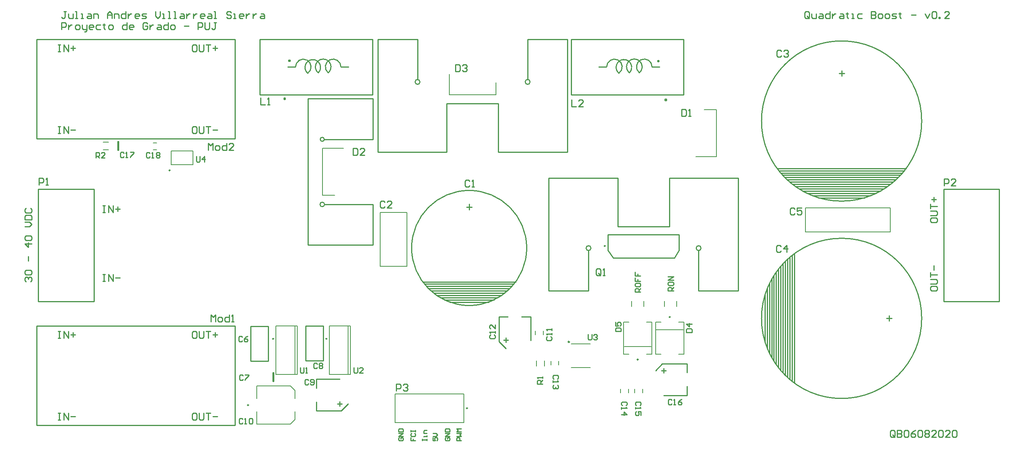
<source format=gto>
G04*
G04 #@! TF.GenerationSoftware,Altium Limited,Altium Designer,19.1.5 (86)*
G04*
G04 Layer_Color=65535*
%FSLAX25Y25*%
%MOIN*%
G70*
G01*
G75*
%ADD10C,0.00984*%
%ADD11C,0.01000*%
%ADD12C,0.01181*%
%ADD13C,0.00787*%
%ADD14C,0.01575*%
%ADD15C,0.00600*%
D10*
X789882Y132677D02*
G03*
X789882Y132677I-69882J0D01*
G01*
X393642Y54331D02*
G03*
X393642Y54331I-492J0D01*
G01*
X224508Y114882D02*
G03*
X224508Y114882I-492J0D01*
G01*
X513870Y195925D02*
G03*
X513870Y195925I-492J0D01*
G01*
X445292Y194095D02*
G03*
X445292Y194095I-50197J0D01*
G01*
X789882Y304842D02*
G03*
X789882Y304842I-69882J0D01*
G01*
X202658Y57087D02*
G03*
X202658Y57087I-492J0D01*
G01*
X570571Y133858D02*
G03*
X570571Y133858I-492J0D01*
G01*
X542618Y96831D02*
G03*
X542618Y96831I-492J0D01*
G01*
X270965Y114882D02*
G03*
X270965Y114882I-492J0D01*
G01*
X134193Y261850D02*
G03*
X134193Y261850I-492J0D01*
G01*
D11*
X501325Y193957D02*
G03*
X501325Y193957I-2113J0D01*
G01*
X597388D02*
G03*
X597388Y193957I-2113J0D01*
G01*
X352152Y338957D02*
G03*
X352152Y338957I-2113J0D01*
G01*
X448215D02*
G03*
X448215Y338957I-2113J0D01*
G01*
X525749Y346576D02*
G03*
X515037Y352087I-3938J5511D01*
G01*
X534868Y346903D02*
G03*
X525704Y346522I-4790J4790D01*
G01*
X543501Y346925D02*
G03*
X534803Y346969I-4323J5215D01*
G01*
X554613Y352094D02*
G03*
X543465Y346969I-6773J46D01*
G01*
X254332Y346536D02*
G03*
X243620Y352047I-3938J5511D01*
G01*
X263451Y346864D02*
G03*
X254286Y346482I-4790J4790D01*
G01*
X272083Y346885D02*
G03*
X263386Y346929I-4323J5215D01*
G01*
X283195Y352054D02*
G03*
X272047Y346929I-6773J46D01*
G01*
X268885Y232052D02*
G03*
X268885Y232052I-1972J0D01*
G01*
X268674Y288860D02*
G03*
X268674Y288860I-1761J0D01*
G01*
X653071Y112598D02*
Y152756D01*
X655039Y107087D02*
Y158268D01*
X657008Y102559D02*
Y162795D01*
X658976Y98622D02*
Y166732D01*
X660945Y95473D02*
Y169882D01*
X662913Y92520D02*
Y172835D01*
X664882Y89764D02*
Y175591D01*
X666850Y87402D02*
Y177953D01*
X668819Y85236D02*
Y180118D01*
X670787Y83071D02*
Y182283D01*
X672756Y81496D02*
Y183858D01*
X674724Y79528D02*
Y185827D01*
X676693Y77953D02*
Y187402D01*
X678661Y188976D02*
Y189021D01*
Y132677D02*
Y189021D01*
Y76378D02*
Y132677D01*
Y76334D02*
Y76378D01*
Y76334D02*
Y132677D01*
X67716Y244724D02*
Y245512D01*
X19291D02*
X67716D01*
X19291D02*
X19291Y147480D01*
X19291D02*
X67716D01*
Y244724D01*
X17717Y375950D02*
X190945D01*
Y289336D02*
Y375950D01*
X17717Y289336D02*
X190945D01*
X17717D02*
Y375950D01*
X574008Y185500D02*
X578240Y192193D01*
X516232D02*
X520858Y185500D01*
X574008D01*
X578240Y192193D02*
Y205776D01*
X516232Y192193D02*
Y205776D01*
X578240D01*
X629921Y156693D02*
Y255118D01*
X499213Y157087D02*
Y191595D01*
X464567Y156693D02*
Y255118D01*
Y156693D02*
X499213D01*
Y159311D01*
X595276Y156693D02*
X629921D01*
X595276D02*
Y191595D01*
X524795Y212854D02*
Y255118D01*
X464567Y255118D02*
X524795D01*
X524795Y255118D01*
X569693Y255118D02*
X629921D01*
X569693Y212854D02*
Y255118D01*
X524795Y212854D02*
X569693D01*
X395095Y164567D02*
X435689D01*
X354502D02*
X435689D01*
X356119Y162598D02*
X434072D01*
X357694Y160630D02*
X432497D01*
X359662Y158661D02*
X430528D01*
X361631Y156693D02*
X428560D01*
X363993Y154724D02*
X426198D01*
Y154694D02*
Y154724D01*
X366749Y152756D02*
X423442D01*
X369899Y150787D02*
X420292D01*
X373442Y148819D02*
X416749D01*
X378166Y146850D02*
X412025D01*
X204527Y125787D02*
X219882D01*
Y122441D02*
Y125787D01*
X219346Y95472D02*
X219882D01*
Y122441D01*
X204527Y98622D02*
Y122638D01*
Y125787D01*
Y95472D02*
X219346D01*
X204527D02*
Y98622D01*
X375622Y320059D02*
X420520D01*
X375622Y277795D02*
Y320059D01*
X315394Y277795D02*
X375622D01*
X420520Y277795D02*
X420520Y277795D01*
X480748D01*
X420520Y277795D02*
Y320059D01*
X350039Y341319D02*
Y376220D01*
X315394D02*
X350039D01*
X446102Y373602D02*
Y376220D01*
X480748D01*
Y277795D02*
Y376220D01*
X446102Y341319D02*
Y375827D01*
X315394Y277795D02*
Y376220D01*
X484016Y327677D02*
X581260D01*
X484016D02*
Y376102D01*
Y376102D02*
X582047Y376102D01*
Y327677D02*
Y376102D01*
X581260Y327677D02*
X582047D01*
X554613Y352094D02*
X561174D01*
X508156D02*
X514717D01*
X212598Y327638D02*
X309842D01*
X212598D02*
Y376063D01*
Y376063D02*
X310630Y376063D01*
Y327638D02*
Y376063D01*
X309842Y327638D02*
X310630D01*
X283195Y352054D02*
X289757D01*
X236739D02*
X243300D01*
X254394Y324348D02*
X311087D01*
X254394Y196733D02*
Y324348D01*
X268882Y232052D02*
X311087D01*
X268882Y288860D02*
X311087D01*
Y324348D01*
X254394Y196733D02*
X311087D01*
Y232052D01*
X809055Y147480D02*
Y148268D01*
Y147480D02*
X857480D01*
X857480Y245512D02*
X857480Y147480D01*
X809055Y245512D02*
X857480D01*
X809055Y148268D02*
Y245512D01*
X699921Y237913D02*
X740079D01*
X694410Y239882D02*
X745590D01*
X689882Y241850D02*
X750118D01*
X685945Y243819D02*
X754055D01*
X682795Y245787D02*
X757205D01*
X679843Y247756D02*
X760157D01*
X677087Y249724D02*
X762913D01*
X674724Y251693D02*
X765276D01*
X672559Y253661D02*
X767441D01*
X670394Y255630D02*
X769606D01*
X668819Y257598D02*
X771181D01*
X666850Y259567D02*
X773150D01*
X665276Y261535D02*
X774724D01*
X663656Y263504D02*
X663701D01*
X663656D02*
X720000D01*
X776299D01*
X776344D01*
X720000D02*
X776344D01*
X17717Y39370D02*
Y125984D01*
Y39370D02*
X190945D01*
Y125984D01*
X17717D02*
X190945D01*
X421161Y112411D02*
Y134114D01*
Y112411D02*
X427042Y106530D01*
X421161Y134114D02*
X428937D01*
X440748D02*
X443775D01*
X446481D02*
X448917D01*
X443775D02*
X446481D01*
X448917Y113543D02*
Y134114D01*
X564685Y65318D02*
X585256D01*
Y67754D02*
Y70461D01*
Y65318D02*
Y67754D01*
Y70461D02*
Y73487D01*
Y85298D02*
Y93074D01*
X557672Y87193D02*
X563553Y93074D01*
X585256D01*
X261713Y79823D02*
X282283D01*
X261713Y74680D02*
Y77387D01*
Y79823D01*
Y71653D02*
Y74680D01*
Y52067D02*
Y59842D01*
X283415Y52067D02*
X289296Y57948D01*
X261713Y52067D02*
X283415D01*
X252559Y95866D02*
Y99016D01*
Y95866D02*
X267377D01*
X252559Y123031D02*
Y126181D01*
Y99016D02*
Y123031D01*
X267913Y95866D02*
Y122835D01*
X267377Y95866D02*
X267913D01*
Y122835D02*
Y126181D01*
X252559D02*
X267913D01*
X8569Y164779D02*
X7569Y165779D01*
Y167779D01*
X8569Y168778D01*
X9568D01*
X10568Y167779D01*
Y166779D01*
Y167779D01*
X11568Y168778D01*
X12567D01*
X13567Y167779D01*
Y165779D01*
X12567Y164779D01*
X8569Y170778D02*
X7569Y171777D01*
Y173777D01*
X8569Y174776D01*
X12567D01*
X13567Y173777D01*
Y171777D01*
X12567Y170778D01*
X8569D01*
X10568Y182774D02*
Y186772D01*
X13567Y197769D02*
X7569D01*
X10568Y194770D01*
Y198768D01*
X8569Y200768D02*
X7569Y201768D01*
Y203767D01*
X8569Y204767D01*
X12567D01*
X13567Y203767D01*
Y201768D01*
X12567Y200768D01*
X8569D01*
X7569Y212764D02*
X11568D01*
X13567Y214763D01*
X11568Y216763D01*
X7569D01*
Y218762D02*
X13567D01*
Y221761D01*
X12567Y222761D01*
X8569D01*
X7569Y221761D01*
Y218762D01*
X8569Y228759D02*
X7569Y227759D01*
Y225760D01*
X8569Y224760D01*
X12567D01*
X13567Y225760D01*
Y227759D01*
X12567Y228759D01*
X43621Y400367D02*
X41621D01*
X42621D01*
Y395368D01*
X41621Y394369D01*
X40622D01*
X39622Y395368D01*
X45620Y398367D02*
Y395368D01*
X46620Y394369D01*
X49619D01*
Y398367D01*
X51618Y394369D02*
X53618D01*
X52618D01*
Y400367D01*
X51618D01*
X56616Y394369D02*
X58616D01*
X57616D01*
Y398367D01*
X56616D01*
X62615D02*
X64614D01*
X65614Y397368D01*
Y394369D01*
X62615D01*
X61615Y395368D01*
X62615Y396368D01*
X65614D01*
X67613Y394369D02*
Y398367D01*
X70612D01*
X71612Y397368D01*
Y394369D01*
X79609D02*
Y398367D01*
X81608Y400367D01*
X83608Y398367D01*
Y394369D01*
Y397368D01*
X79609D01*
X85607Y394369D02*
Y398367D01*
X88606D01*
X89606Y397368D01*
Y394369D01*
X95604Y400367D02*
Y394369D01*
X92605D01*
X91605Y395368D01*
Y397368D01*
X92605Y398367D01*
X95604D01*
X97603D02*
Y394369D01*
Y396368D01*
X98603Y397368D01*
X99603Y398367D01*
X100602D01*
X106600Y394369D02*
X104601D01*
X103601Y395368D01*
Y397368D01*
X104601Y398367D01*
X106600D01*
X107600Y397368D01*
Y396368D01*
X103601D01*
X109599Y394369D02*
X112598D01*
X113598Y395368D01*
X112598Y396368D01*
X110599D01*
X109599Y397368D01*
X110599Y398367D01*
X113598D01*
X121596Y400367D02*
Y396368D01*
X123595Y394369D01*
X125594Y396368D01*
Y400367D01*
X127594Y394369D02*
X129593D01*
X128593D01*
Y398367D01*
X127594D01*
X132592Y394369D02*
X134591D01*
X133592D01*
Y400367D01*
X132592D01*
X137590Y394369D02*
X139590D01*
X138590D01*
Y400367D01*
X137590D01*
X143588Y398367D02*
X145588D01*
X146587Y397368D01*
Y394369D01*
X143588D01*
X142589Y395368D01*
X143588Y396368D01*
X146587D01*
X148587Y398367D02*
Y394369D01*
Y396368D01*
X149586Y397368D01*
X150586Y398367D01*
X151586D01*
X154585D02*
Y394369D01*
Y396368D01*
X155585Y397368D01*
X156584Y398367D01*
X157584D01*
X163582Y394369D02*
X161583D01*
X160583Y395368D01*
Y397368D01*
X161583Y398367D01*
X163582D01*
X164582Y397368D01*
Y396368D01*
X160583D01*
X167581Y398367D02*
X169580D01*
X170580Y397368D01*
Y394369D01*
X167581D01*
X166581Y395368D01*
X167581Y396368D01*
X170580D01*
X172579Y394369D02*
X174578D01*
X173579D01*
Y400367D01*
X172579D01*
X187574Y399367D02*
X186574Y400367D01*
X184575D01*
X183575Y399367D01*
Y398367D01*
X184575Y397368D01*
X186574D01*
X187574Y396368D01*
Y395368D01*
X186574Y394369D01*
X184575D01*
X183575Y395368D01*
X189574Y394369D02*
X191573D01*
X190573D01*
Y398367D01*
X189574D01*
X197571Y394369D02*
X195572D01*
X194572Y395368D01*
Y397368D01*
X195572Y398367D01*
X197571D01*
X198571Y397368D01*
Y396368D01*
X194572D01*
X200570Y398367D02*
Y394369D01*
Y396368D01*
X201570Y397368D01*
X202569Y398367D01*
X203569D01*
X206568D02*
Y394369D01*
Y396368D01*
X207568Y397368D01*
X208567Y398367D01*
X209567D01*
X213566D02*
X215565D01*
X216565Y397368D01*
Y394369D01*
X213566D01*
X212566Y395368D01*
X213566Y396368D01*
X216565D01*
X39622Y384771D02*
Y390769D01*
X42621D01*
X43621Y389769D01*
Y387770D01*
X42621Y386770D01*
X39622D01*
X45620Y388770D02*
Y384771D01*
Y386770D01*
X46620Y387770D01*
X47620Y388770D01*
X48619D01*
X52618Y384771D02*
X54617D01*
X55617Y385771D01*
Y387770D01*
X54617Y388770D01*
X52618D01*
X51618Y387770D01*
Y385771D01*
X52618Y384771D01*
X57616Y388770D02*
Y385771D01*
X58616Y384771D01*
X61615D01*
Y383771D01*
X60615Y382772D01*
X59616D01*
X61615Y384771D02*
Y388770D01*
X66613Y384771D02*
X64614D01*
X63614Y385771D01*
Y387770D01*
X64614Y388770D01*
X66613D01*
X67613Y387770D01*
Y386770D01*
X63614D01*
X73611Y388770D02*
X70612D01*
X69612Y387770D01*
Y385771D01*
X70612Y384771D01*
X73611D01*
X76610Y389769D02*
Y388770D01*
X75610D01*
X77610D01*
X76610D01*
Y385771D01*
X77610Y384771D01*
X81608D02*
X83608D01*
X84607Y385771D01*
Y387770D01*
X83608Y388770D01*
X81608D01*
X80609Y387770D01*
Y385771D01*
X81608Y384771D01*
X96604Y390769D02*
Y384771D01*
X93605D01*
X92605Y385771D01*
Y387770D01*
X93605Y388770D01*
X96604D01*
X101602Y384771D02*
X99603D01*
X98603Y385771D01*
Y387770D01*
X99603Y388770D01*
X101602D01*
X102602Y387770D01*
Y386770D01*
X98603D01*
X114598Y389769D02*
X113598Y390769D01*
X111599D01*
X110599Y389769D01*
Y385771D01*
X111599Y384771D01*
X113598D01*
X114598Y385771D01*
Y387770D01*
X112598D01*
X116597Y388770D02*
Y384771D01*
Y386770D01*
X117597Y387770D01*
X118596Y388770D01*
X119596D01*
X123595D02*
X125594D01*
X126594Y387770D01*
Y384771D01*
X123595D01*
X122595Y385771D01*
X123595Y386770D01*
X126594D01*
X132592Y390769D02*
Y384771D01*
X129593D01*
X128593Y385771D01*
Y387770D01*
X129593Y388770D01*
X132592D01*
X135591Y384771D02*
X137590D01*
X138590Y385771D01*
Y387770D01*
X137590Y388770D01*
X135591D01*
X134591Y387770D01*
Y385771D01*
X135591Y384771D01*
X146587Y387770D02*
X150586D01*
X158584Y384771D02*
Y390769D01*
X161583D01*
X162582Y389769D01*
Y387770D01*
X161583Y386770D01*
X158584D01*
X164582Y390769D02*
Y385771D01*
X165581Y384771D01*
X167581D01*
X168580Y385771D01*
Y390769D01*
X174578D02*
X172579D01*
X173579D01*
Y385771D01*
X172579Y384771D01*
X171579D01*
X170580Y385771D01*
X565787Y322913D02*
Y324094D01*
X566968D01*
Y322913D01*
X565787D01*
X233347Y323819D02*
Y325000D01*
X234527D01*
Y323819D01*
X233347D01*
X559370Y356693D02*
Y357874D01*
X560551D01*
Y356693D01*
X559370D01*
X237520Y356968D02*
Y358149D01*
X238700D01*
Y356968D01*
X237520D01*
X797545Y159889D02*
Y157889D01*
X798545Y156890D01*
X802544D01*
X803543Y157889D01*
Y159889D01*
X802544Y160889D01*
X798545D01*
X797545Y159889D01*
Y162888D02*
X802544D01*
X803543Y163888D01*
Y165887D01*
X802544Y166886D01*
X797545D01*
Y168886D02*
Y172885D01*
Y170885D01*
X803543D01*
X800544Y174884D02*
Y178883D01*
X797545Y219456D02*
Y217456D01*
X798545Y216457D01*
X802544D01*
X803543Y217456D01*
Y219456D01*
X802544Y220455D01*
X798545D01*
X797545Y219456D01*
Y222455D02*
X802544D01*
X803543Y223454D01*
Y225454D01*
X802544Y226453D01*
X797545D01*
Y228453D02*
Y232452D01*
Y230452D01*
X803543D01*
X800544Y234451D02*
Y238450D01*
X798545Y236450D02*
X802544D01*
X75315Y171234D02*
X77314D01*
X76315D01*
Y165236D01*
X75315D01*
X77314D01*
X80313D02*
Y171234D01*
X84312Y165236D01*
Y171234D01*
X86311Y168235D02*
X90310D01*
X75315Y231234D02*
X77314D01*
X76315D01*
Y225236D01*
X75315D01*
X77314D01*
X80313D02*
Y231234D01*
X84312Y225236D01*
Y231234D01*
X86311Y228235D02*
X90310D01*
X88311Y230235D02*
Y226236D01*
X766479Y29937D02*
Y33935D01*
X765479Y34935D01*
X763480D01*
X762480Y33935D01*
Y29937D01*
X763480Y28937D01*
X765479D01*
X764480Y30936D02*
X766479Y28937D01*
X765479D02*
X766479Y29937D01*
X768478Y34935D02*
Y28937D01*
X771477D01*
X772477Y29937D01*
Y30936D01*
X771477Y31936D01*
X768478D01*
X771477D01*
X772477Y32936D01*
Y33935D01*
X771477Y34935D01*
X768478D01*
X774476Y33935D02*
X775476Y34935D01*
X777476D01*
X778475Y33935D01*
Y29937D01*
X777476Y28937D01*
X775476D01*
X774476Y29937D01*
Y33935D01*
X784473Y34935D02*
X782474Y33935D01*
X780475Y31936D01*
Y29937D01*
X781474Y28937D01*
X783473D01*
X784473Y29937D01*
Y30936D01*
X783473Y31936D01*
X780475D01*
X786473Y33935D02*
X787472Y34935D01*
X789472D01*
X790471Y33935D01*
Y29937D01*
X789472Y28937D01*
X787472D01*
X786473Y29937D01*
Y33935D01*
X792471D02*
X793470Y34935D01*
X795470D01*
X796469Y33935D01*
Y32936D01*
X795470Y31936D01*
X796469Y30936D01*
Y29937D01*
X795470Y28937D01*
X793470D01*
X792471Y29937D01*
Y30936D01*
X793470Y31936D01*
X792471Y32936D01*
Y33935D01*
X793470Y31936D02*
X795470D01*
X802467Y28937D02*
X798469D01*
X802467Y32936D01*
Y33935D01*
X801468Y34935D01*
X799468D01*
X798469Y33935D01*
X804467D02*
X805466Y34935D01*
X807466D01*
X808465Y33935D01*
Y29937D01*
X807466Y28937D01*
X805466D01*
X804467Y29937D01*
Y33935D01*
X814464Y28937D02*
X810465D01*
X814464Y32936D01*
Y33935D01*
X813464Y34935D01*
X811465D01*
X810465Y33935D01*
X816463D02*
X817463Y34935D01*
X819462D01*
X820462Y33935D01*
Y29937D01*
X819462Y28937D01*
X817463D01*
X816463Y29937D01*
Y33935D01*
X763898Y132678D02*
X759175D01*
X761536Y130317D02*
Y135040D01*
X388228Y25984D02*
X384293D01*
Y27952D01*
X384949Y28608D01*
X386261D01*
X386916Y27952D01*
Y25984D01*
X384293Y29920D02*
X388228D01*
X386916Y31232D01*
X388228Y32544D01*
X384293D01*
X388228Y33856D02*
X384293D01*
X385605Y35168D01*
X384293Y36480D01*
X388228D01*
X374870Y28608D02*
X374214Y27952D01*
Y26640D01*
X374870Y25984D01*
X377494D01*
X378150Y26640D01*
Y27952D01*
X377494Y28608D01*
X376182D01*
Y27296D01*
X378150Y29920D02*
X374214D01*
X378150Y32544D01*
X374214D01*
Y33856D02*
X378150D01*
Y35824D01*
X377494Y36479D01*
X374870D01*
X374214Y35824D01*
Y33856D01*
X363466Y28608D02*
Y25984D01*
X365434D01*
X364778Y27296D01*
Y27952D01*
X365434Y28608D01*
X366746D01*
X367402Y27952D01*
Y26640D01*
X366746Y25984D01*
X363466Y29920D02*
X366090D01*
X367402Y31232D01*
X366090Y32544D01*
X363466D01*
X354056Y25984D02*
Y27296D01*
Y26640D01*
X357992D01*
Y25984D01*
Y27296D01*
Y29264D02*
Y30576D01*
Y29920D01*
X355368D01*
Y29264D01*
X357992Y32544D02*
X355368D01*
Y34512D01*
X356024Y35168D01*
X357992D01*
X344214Y28608D02*
Y25984D01*
X346182D01*
Y27296D01*
Y25984D01*
X348150D01*
X344870Y32544D02*
X344214Y31888D01*
Y30576D01*
X344870Y29920D01*
X347494D01*
X348150Y30576D01*
Y31888D01*
X347494Y32544D01*
X344214Y33856D02*
Y35168D01*
Y34512D01*
X348150D01*
Y33856D01*
Y35168D01*
X334201Y28608D02*
X333545Y27952D01*
Y26640D01*
X334201Y25984D01*
X336824D01*
X337480Y26640D01*
Y27952D01*
X336824Y28608D01*
X335512D01*
Y27296D01*
X337480Y29920D02*
X333545D01*
X337480Y32544D01*
X333545D01*
Y33856D02*
X337480D01*
Y35824D01*
X336824Y36480D01*
X334201D01*
X333545Y35824D01*
Y33856D01*
X691676Y395568D02*
Y399567D01*
X690676Y400567D01*
X688677D01*
X687677Y399567D01*
Y395568D01*
X688677Y394569D01*
X690676D01*
X689677Y396568D02*
X691676Y394569D01*
X690676D02*
X691676Y395568D01*
X693675Y398567D02*
Y395568D01*
X694675Y394569D01*
X697674D01*
Y398567D01*
X700673D02*
X702672D01*
X703672Y397568D01*
Y394569D01*
X700673D01*
X699673Y395568D01*
X700673Y396568D01*
X703672D01*
X709670Y400567D02*
Y394569D01*
X706671D01*
X705671Y395568D01*
Y397568D01*
X706671Y398567D01*
X709670D01*
X711669D02*
Y394569D01*
Y396568D01*
X712669Y397568D01*
X713669Y398567D01*
X714668D01*
X718667D02*
X720667D01*
X721666Y397568D01*
Y394569D01*
X718667D01*
X717667Y395568D01*
X718667Y396568D01*
X721666D01*
X724665Y399567D02*
Y398567D01*
X723666D01*
X725665D01*
X724665D01*
Y395568D01*
X725665Y394569D01*
X728664D02*
X730663D01*
X729664D01*
Y398567D01*
X728664D01*
X737661D02*
X734662D01*
X733662Y397568D01*
Y395568D01*
X734662Y394569D01*
X737661D01*
X745658Y400567D02*
Y394569D01*
X748657D01*
X749657Y395568D01*
Y396568D01*
X748657Y397568D01*
X745658D01*
X748657D01*
X749657Y398567D01*
Y399567D01*
X748657Y400567D01*
X745658D01*
X752656Y394569D02*
X754656D01*
X755655Y395568D01*
Y397568D01*
X754656Y398567D01*
X752656D01*
X751656Y397568D01*
Y395568D01*
X752656Y394569D01*
X758654D02*
X760654D01*
X761653Y395568D01*
Y397568D01*
X760654Y398567D01*
X758654D01*
X757654Y397568D01*
Y395568D01*
X758654Y394569D01*
X763653D02*
X766652D01*
X767651Y395568D01*
X766652Y396568D01*
X764652D01*
X763653Y397568D01*
X764652Y398567D01*
X767651D01*
X770650Y399567D02*
Y398567D01*
X769651D01*
X771650D01*
X770650D01*
Y395568D01*
X771650Y394569D01*
X780647Y397568D02*
X784646D01*
X792643Y398567D02*
X794643Y394569D01*
X796642Y398567D01*
X798641Y399567D02*
X799641Y400567D01*
X801640D01*
X802640Y399567D01*
Y395568D01*
X801640Y394569D01*
X799641D01*
X798641Y395568D01*
Y399567D01*
X804639Y394569D02*
Y395568D01*
X805639D01*
Y394569D01*
X804639D01*
X813636D02*
X809638D01*
X813636Y398567D01*
Y399567D01*
X812637Y400567D01*
X810637D01*
X809638Y399567D01*
X36614Y371318D02*
X38614D01*
X37614D01*
Y365320D01*
X36614D01*
X38614D01*
X41612D02*
Y371318D01*
X45611Y365320D01*
Y371318D01*
X47611Y368319D02*
X51609D01*
X49610Y370318D02*
Y366320D01*
X36614Y300058D02*
X38614D01*
X37614D01*
Y294060D01*
X36614D01*
X38614D01*
X41612D02*
Y300058D01*
X45611Y294060D01*
Y300058D01*
X47611Y297059D02*
X51609D01*
X156542Y371318D02*
X154543D01*
X153543Y370318D01*
Y366320D01*
X154543Y365320D01*
X156542D01*
X157542Y366320D01*
Y370318D01*
X156542Y371318D01*
X159541D02*
Y366320D01*
X160541Y365320D01*
X162540D01*
X163540Y366320D01*
Y371318D01*
X165539D02*
X169538D01*
X167539D01*
Y365320D01*
X171537Y368319D02*
X175536D01*
X173537Y370318D02*
Y366320D01*
X156542Y300058D02*
X154543D01*
X153543Y299058D01*
Y295060D01*
X154543Y294060D01*
X156542D01*
X157542Y295060D01*
Y299058D01*
X156542Y300058D01*
X159541D02*
Y295060D01*
X160541Y294060D01*
X162540D01*
X163540Y295060D01*
Y300058D01*
X165539D02*
X169538D01*
X167539D01*
Y294060D01*
X171537Y297059D02*
X175536D01*
X395094Y232283D02*
Y227561D01*
X397456Y229922D02*
X392733D01*
X719999Y348740D02*
Y344017D01*
X722360Y346379D02*
X717637D01*
X156542Y50093D02*
X154543D01*
X153543Y49093D01*
Y45094D01*
X154543Y44094D01*
X156542D01*
X157542Y45094D01*
Y49093D01*
X156542Y50093D01*
X159541D02*
Y45094D01*
X160541Y44094D01*
X162540D01*
X163540Y45094D01*
Y50093D01*
X165539D02*
X169538D01*
X167539D01*
Y44094D01*
X171537Y47093D02*
X175536D01*
X156542Y121352D02*
X154543D01*
X153543Y120353D01*
Y116354D01*
X154543Y115354D01*
X156542D01*
X157542Y116354D01*
Y120353D01*
X156542Y121352D01*
X159541D02*
Y116354D01*
X160541Y115354D01*
X162540D01*
X163540Y116354D01*
Y121352D01*
X165539D02*
X169538D01*
X167539D01*
Y115354D01*
X171537Y118353D02*
X175536D01*
X173537Y120353D02*
Y116354D01*
X36614Y50093D02*
X38614D01*
X37614D01*
Y44094D01*
X36614D01*
X38614D01*
X41612D02*
Y50093D01*
X45611Y44094D01*
Y50093D01*
X47611Y47093D02*
X51609D01*
X36614Y121352D02*
X38614D01*
X37614D01*
Y115354D01*
X36614D01*
X38614D01*
X41612D02*
Y121352D01*
X45611Y115354D01*
Y121352D01*
X47611Y118353D02*
X51609D01*
X49610Y120353D02*
Y116354D01*
X427166Y111772D02*
Y115707D01*
X425198Y113740D02*
X429134D01*
X562913Y87069D02*
X566849D01*
X564881Y89037D02*
Y85101D01*
X284055Y58072D02*
X280119D01*
X282087Y56104D02*
Y60040D01*
X331299Y69291D02*
Y75289D01*
X334298D01*
X335298Y74290D01*
Y72290D01*
X334298Y71291D01*
X331299D01*
X337297Y74290D02*
X338297Y75289D01*
X340296D01*
X341296Y74290D01*
Y73290D01*
X340296Y72290D01*
X339297D01*
X340296D01*
X341296Y71291D01*
Y70291D01*
X340296Y69291D01*
X338297D01*
X337297Y70291D01*
X19780Y248996D02*
Y254995D01*
X22779D01*
X23779Y253995D01*
Y251995D01*
X22779Y250996D01*
X19780D01*
X25778Y248996D02*
X27777D01*
X26778D01*
Y254995D01*
X25778Y253995D01*
X167323Y279493D02*
Y285491D01*
X169322Y283492D01*
X171322Y285491D01*
Y279493D01*
X174321D02*
X176320D01*
X177320Y280493D01*
Y282492D01*
X176320Y283492D01*
X174321D01*
X173321Y282492D01*
Y280493D01*
X174321Y279493D01*
X183318Y285491D02*
Y279493D01*
X180319D01*
X179319Y280493D01*
Y282492D01*
X180319Y283492D01*
X183318D01*
X189316Y279493D02*
X185317D01*
X189316Y283492D01*
Y284491D01*
X188316Y285491D01*
X186317D01*
X185317Y284491D01*
X247638Y89762D02*
Y85826D01*
X248425Y85039D01*
X249999D01*
X250786Y85826D01*
Y89762D01*
X252361Y85039D02*
X253935D01*
X253148D01*
Y89762D01*
X252361Y88975D01*
X509629Y171236D02*
Y175235D01*
X508629Y176234D01*
X506630D01*
X505630Y175235D01*
Y171236D01*
X506630Y170236D01*
X508629D01*
X507629Y172236D02*
X509629Y170236D01*
X508629D02*
X509629Y171236D01*
X511628Y170236D02*
X513627D01*
X512628D01*
Y176234D01*
X511628Y175235D01*
X667266Y195431D02*
X666267Y196431D01*
X664267D01*
X663268Y195431D01*
Y191433D01*
X664267Y190433D01*
X666267D01*
X667266Y191433D01*
X672265Y190433D02*
Y196431D01*
X669266Y193432D01*
X673265D01*
X395337Y252557D02*
X394338Y253557D01*
X392338D01*
X391339Y252557D01*
Y248559D01*
X392338Y247559D01*
X394338D01*
X395337Y248559D01*
X397337Y247559D02*
X399336D01*
X398336D01*
Y253557D01*
X397337Y252557D01*
X197125Y116298D02*
X196338Y117085D01*
X194764D01*
X193976Y116298D01*
Y113149D01*
X194764Y112362D01*
X196338D01*
X197125Y113149D01*
X201848Y117085D02*
X200274Y116298D01*
X198699Y114724D01*
Y113149D01*
X199486Y112362D01*
X201061D01*
X201848Y113149D01*
Y113936D01*
X201061Y114724D01*
X198699D01*
X157008Y273940D02*
Y270005D01*
X157795Y269217D01*
X159369D01*
X160157Y270005D01*
Y273940D01*
X164092Y269217D02*
Y273940D01*
X161731Y271579D01*
X164879D01*
X498819Y118660D02*
Y114724D01*
X499606Y113937D01*
X501180D01*
X501967Y114724D01*
Y118660D01*
X503542Y117873D02*
X504329Y118660D01*
X505903D01*
X506690Y117873D01*
Y117086D01*
X505903Y116298D01*
X505116D01*
X505903D01*
X506690Y115511D01*
Y114724D01*
X505903Y113937D01*
X504329D01*
X503542Y114724D01*
X294488Y89762D02*
Y85826D01*
X295275Y85039D01*
X296850D01*
X297637Y85826D01*
Y89762D01*
X302360Y85039D02*
X299211D01*
X302360Y88188D01*
Y88975D01*
X301572Y89762D01*
X299998D01*
X299211Y88975D01*
X573307Y156604D02*
X568584D01*
Y158965D01*
X569371Y159752D01*
X570946D01*
X571733Y158965D01*
Y156604D01*
Y158178D02*
X573307Y159752D01*
X568584Y163688D02*
Y162114D01*
X569371Y161327D01*
X572520D01*
X573307Y162114D01*
Y163688D01*
X572520Y164475D01*
X569371D01*
X568584Y163688D01*
X573307Y166050D02*
X568584D01*
X573307Y169198D01*
X568584D01*
X544587Y155659D02*
X539864D01*
Y158020D01*
X540651Y158808D01*
X542225D01*
X543012Y158020D01*
Y155659D01*
Y157233D02*
X544587Y158808D01*
X539864Y162743D02*
Y161169D01*
X540651Y160382D01*
X543799D01*
X544587Y161169D01*
Y162743D01*
X543799Y163530D01*
X540651D01*
X539864Y162743D01*
Y168253D02*
Y165105D01*
X542225D01*
Y166679D01*
Y165105D01*
X544587D01*
X539864Y172976D02*
Y169827D01*
X542225D01*
Y171402D01*
Y169827D01*
X544587D01*
X69370Y272682D02*
Y277405D01*
X71732D01*
X72519Y276618D01*
Y275044D01*
X71732Y274256D01*
X69370D01*
X70944D02*
X72519Y272682D01*
X77241D02*
X74093D01*
X77241Y275831D01*
Y276618D01*
X76454Y277405D01*
X74880D01*
X74093Y276618D01*
X459173Y75551D02*
X454450D01*
Y77913D01*
X455237Y78700D01*
X456812D01*
X457599Y77913D01*
Y75551D01*
Y77126D02*
X459173Y78700D01*
Y80274D02*
Y81848D01*
Y81061D01*
X454450D01*
X455237Y80274D01*
X809449Y248268D02*
Y254266D01*
X812448D01*
X813447Y253266D01*
Y251267D01*
X812448Y250267D01*
X809449D01*
X819446Y248268D02*
X815447D01*
X819446Y252266D01*
Y253266D01*
X818446Y254266D01*
X816447D01*
X815447Y253266D01*
X169685Y129921D02*
Y135919D01*
X171684Y133920D01*
X173684Y135919D01*
Y129921D01*
X176683D02*
X178682D01*
X179682Y130921D01*
Y132920D01*
X178682Y133920D01*
X176683D01*
X175683Y132920D01*
Y130921D01*
X176683Y129921D01*
X185680Y135919D02*
Y129921D01*
X182681D01*
X181681Y130921D01*
Y132920D01*
X182681Y133920D01*
X185680D01*
X187679Y129921D02*
X189679D01*
X188679D01*
Y135919D01*
X187679Y134920D01*
X484567Y323439D02*
Y317441D01*
X488566D01*
X494564D02*
X490565D01*
X494564Y321440D01*
Y322439D01*
X493564Y323439D01*
X491565D01*
X490565Y322439D01*
X212992Y324974D02*
Y318976D01*
X216991D01*
X218990D02*
X220989D01*
X219990D01*
Y324974D01*
X218990Y323975D01*
X522635Y121397D02*
X527358D01*
Y123758D01*
X526571Y124545D01*
X523422D01*
X522635Y123758D01*
Y121397D01*
Y129268D02*
Y126119D01*
X524997D01*
X524209Y127694D01*
Y128481D01*
X524997Y129268D01*
X526571D01*
X527358Y128481D01*
Y126907D01*
X526571Y126119D01*
X584608Y120570D02*
X589331D01*
Y122931D01*
X588544Y123718D01*
X585395D01*
X584608Y122931D01*
Y120570D01*
X589331Y127654D02*
X584608D01*
X586969Y125293D01*
Y128441D01*
X383096Y353947D02*
Y347949D01*
X386095D01*
X387094Y348949D01*
Y352947D01*
X386095Y353947D01*
X383096D01*
X389094Y352947D02*
X390093Y353947D01*
X392093D01*
X393092Y352947D01*
Y351947D01*
X392093Y350948D01*
X391093D01*
X392093D01*
X393092Y349948D01*
Y348949D01*
X392093Y347949D01*
X390093D01*
X389094Y348949D01*
X293858Y280959D02*
Y274961D01*
X296857D01*
X297857Y275960D01*
Y279959D01*
X296857Y280959D01*
X293858D01*
X303855Y274961D02*
X299856D01*
X303855Y278959D01*
Y279959D01*
X302855Y280959D01*
X300856D01*
X299856Y279959D01*
X580433Y315014D02*
Y309016D01*
X583432D01*
X584432Y310015D01*
Y314014D01*
X583432Y315014D01*
X580433D01*
X586431Y309016D02*
X588431D01*
X587431D01*
Y315014D01*
X586431Y314014D01*
X116495Y276775D02*
X115708Y277562D01*
X114134D01*
X113347Y276775D01*
Y273627D01*
X114134Y272840D01*
X115708D01*
X116495Y273627D01*
X118069Y272840D02*
X119644D01*
X118857D01*
Y277562D01*
X118069Y276775D01*
X122005D02*
X122792Y277562D01*
X124366D01*
X125154Y276775D01*
Y275988D01*
X124366Y275201D01*
X125154Y274414D01*
Y273627D01*
X124366Y272840D01*
X122792D01*
X122005Y273627D01*
Y274414D01*
X122792Y275201D01*
X122005Y275988D01*
Y276775D01*
X122792Y275201D02*
X124366D01*
X93818Y276893D02*
X93031Y277681D01*
X91456D01*
X90669Y276893D01*
Y273745D01*
X91456Y272958D01*
X93031D01*
X93818Y273745D01*
X95392Y272958D02*
X96966D01*
X96179D01*
Y277681D01*
X95392Y276893D01*
X99328Y277681D02*
X102477D01*
Y276893D01*
X99328Y273745D01*
Y272958D01*
X571928Y61399D02*
X571141Y62186D01*
X569567D01*
X568780Y61399D01*
Y58251D01*
X569567Y57464D01*
X571141D01*
X571928Y58251D01*
X573502Y57464D02*
X575077D01*
X574290D01*
Y62186D01*
X573502Y61399D01*
X580587Y62186D02*
X579012Y61399D01*
X577438Y59825D01*
Y58251D01*
X578225Y57464D01*
X579800D01*
X580587Y58251D01*
Y59038D01*
X579800Y59825D01*
X577438D01*
X544054Y56773D02*
X544841Y57560D01*
Y59134D01*
X544054Y59921D01*
X540905D01*
X540118Y59134D01*
Y57560D01*
X540905Y56773D01*
X540118Y55198D02*
Y53624D01*
Y54411D01*
X544841D01*
X544054Y55198D01*
X544841Y48114D02*
Y51263D01*
X542480D01*
X543267Y49688D01*
Y48901D01*
X542480Y48114D01*
X540905D01*
X540118Y48901D01*
Y50476D01*
X540905Y51263D01*
X531849Y56655D02*
X532636Y57442D01*
Y59016D01*
X531849Y59803D01*
X528700D01*
X527913Y59016D01*
Y57442D01*
X528700Y56655D01*
X527913Y55080D02*
Y53506D01*
Y54293D01*
X532636D01*
X531849Y55080D01*
X527913Y48783D02*
X532636D01*
X530275Y51144D01*
Y47996D01*
X472007Y79922D02*
X472794Y80709D01*
Y82284D01*
X472007Y83071D01*
X468858D01*
X468071Y82284D01*
Y80709D01*
X468858Y79922D01*
X468071Y78348D02*
Y76774D01*
Y77561D01*
X472794D01*
X472007Y78348D01*
Y74412D02*
X472794Y73625D01*
Y72051D01*
X472007Y71264D01*
X471219D01*
X470432Y72051D01*
Y72838D01*
Y72051D01*
X469645Y71264D01*
X468858D01*
X468071Y72051D01*
Y73625D01*
X468858Y74412D01*
X413741Y118286D02*
X412954Y117499D01*
Y115925D01*
X413741Y115138D01*
X416890D01*
X417677Y115925D01*
Y117499D01*
X416890Y118286D01*
X417677Y119861D02*
Y121435D01*
Y120648D01*
X412954D01*
X413741Y119861D01*
X417677Y126945D02*
Y123796D01*
X414529Y126945D01*
X413741D01*
X412954Y126158D01*
Y124584D01*
X413741Y123796D01*
X463118Y116731D02*
X462331Y115944D01*
Y114370D01*
X463118Y113583D01*
X466267D01*
X467054Y114370D01*
Y115944D01*
X466267Y116731D01*
X467054Y118306D02*
Y119880D01*
Y119093D01*
X462331D01*
X463118Y118306D01*
X467054Y122241D02*
Y123816D01*
Y123028D01*
X462331D01*
X463118Y122241D01*
X197558Y44605D02*
X196771Y45392D01*
X195197D01*
X194409Y44605D01*
Y41456D01*
X195197Y40669D01*
X196771D01*
X197558Y41456D01*
X199132Y40669D02*
X200707D01*
X199919D01*
Y45392D01*
X199132Y44605D01*
X203068D02*
X203855Y45392D01*
X205430D01*
X206217Y44605D01*
Y41456D01*
X205430Y40669D01*
X203855D01*
X203068Y41456D01*
Y44605D01*
X254920Y78778D02*
X254133Y79565D01*
X252559D01*
X251772Y78778D01*
Y75630D01*
X252559Y74843D01*
X254133D01*
X254920Y75630D01*
X256494D02*
X257282Y74843D01*
X258856D01*
X259643Y75630D01*
Y78778D01*
X258856Y79565D01*
X257282D01*
X256494Y78778D01*
Y77991D01*
X257282Y77204D01*
X259643D01*
X262524Y92912D02*
X261736Y93699D01*
X260162D01*
X259375Y92912D01*
Y89763D01*
X260162Y88976D01*
X261736D01*
X262524Y89763D01*
X264098Y92912D02*
X264885Y93699D01*
X266459D01*
X267247Y92912D01*
Y92125D01*
X266459Y91338D01*
X267247Y90551D01*
Y89763D01*
X266459Y88976D01*
X264885D01*
X264098Y89763D01*
Y90551D01*
X264885Y91338D01*
X264098Y92125D01*
Y92912D01*
X264885Y91338D02*
X266459D01*
X197952Y82676D02*
X197165Y83463D01*
X195590D01*
X194803Y82676D01*
Y79527D01*
X195590Y78740D01*
X197165D01*
X197952Y79527D01*
X199526Y83463D02*
X202675D01*
Y82676D01*
X199526Y79527D01*
Y78740D01*
X679077Y228109D02*
X678078Y229108D01*
X676078D01*
X675079Y228109D01*
Y224110D01*
X676078Y223110D01*
X678078D01*
X679077Y224110D01*
X685076Y229108D02*
X681077D01*
Y226109D01*
X683076Y227109D01*
X684076D01*
X685076Y226109D01*
Y224110D01*
X684076Y223110D01*
X682077D01*
X681077Y224110D01*
X667306Y365812D02*
X666306Y366812D01*
X664307D01*
X663307Y365812D01*
Y361814D01*
X664307Y360814D01*
X666306D01*
X667306Y361814D01*
X669305Y365812D02*
X670305Y366812D01*
X672304D01*
X673304Y365812D01*
Y364813D01*
X672304Y363813D01*
X671305D01*
X672304D01*
X673304Y362813D01*
Y361814D01*
X672304Y360814D01*
X670305D01*
X669305Y361814D01*
X321483Y234123D02*
X320483Y235123D01*
X318483D01*
X317484Y234123D01*
Y230124D01*
X318483Y229125D01*
X320483D01*
X321483Y230124D01*
X327481Y229125D02*
X323482D01*
X327481Y233123D01*
Y234123D01*
X326481Y235123D01*
X324482D01*
X323482Y234123D01*
D12*
X482520Y112157D02*
G03*
X482520Y112157I-500J0D01*
G01*
D13*
X330591Y41831D02*
X390591D01*
X330591Y66831D02*
X390591D01*
Y41831D02*
Y66831D01*
X330591Y41831D02*
Y66831D01*
X226575Y83819D02*
X245079D01*
X226575Y125945D02*
X245079D01*
X226575Y83819D02*
Y125945D01*
X245079Y83819D02*
Y125945D01*
X243110Y83819D02*
Y125945D01*
X418588Y327594D02*
Y338303D01*
X377643Y327594D02*
X418588D01*
X377643D02*
Y345705D01*
X600197Y314705D02*
X610906D01*
Y273760D02*
Y314705D01*
X592795Y273760D02*
X610906D01*
X267244Y281004D02*
X285354D01*
X267244Y240059D02*
Y281004D01*
Y240059D02*
X277953D01*
X688655Y229122D02*
X762500D01*
X688500Y229112D02*
X688655Y229122D01*
X688500Y207937D02*
Y229112D01*
Y207937D02*
X762500D01*
Y229122D01*
X317323Y177953D02*
X340945D01*
Y225197D01*
X317323D02*
X340945D01*
X317323Y177953D02*
Y225197D01*
X209646Y40354D02*
X239173D01*
X243110Y44291D01*
Y51575D01*
Y62598D02*
Y69882D01*
X239173Y73819D02*
X243110Y69882D01*
X209646Y73819D02*
X239173D01*
X209646Y40354D02*
Y51575D01*
Y62598D02*
Y73819D01*
X452917Y118569D02*
Y121904D01*
X459839Y118569D02*
Y121904D01*
X558268Y122638D02*
X581890D01*
X577854Y129350D02*
X582323D01*
X557835D02*
X562303D01*
X557835Y101358D02*
Y129350D01*
X577854Y101358D02*
X582323D01*
X557835D02*
X562303D01*
X582323D02*
Y129350D01*
X565401Y142949D02*
Y147660D01*
X576252Y142949D02*
Y147660D01*
X453913Y91032D02*
Y95740D01*
X460654Y91032D02*
Y95740D01*
X530315Y108051D02*
X553937D01*
X529882Y101339D02*
X534350D01*
X549902D02*
X554370D01*
Y129331D01*
X529882D02*
X534350D01*
X549902D02*
X554370D01*
X529882Y101339D02*
Y129331D01*
X536641Y142949D02*
Y147660D01*
X547493Y142949D02*
Y147660D01*
X473225Y92033D02*
Y95369D01*
X466303Y92033D02*
Y95369D01*
X273031Y83819D02*
X291535D01*
X273031Y125945D02*
X291535D01*
X273031Y83819D02*
Y125945D01*
X291535Y83819D02*
Y125945D01*
X289567Y83819D02*
Y125945D01*
X546296Y67899D02*
Y71235D01*
X539374Y67899D02*
Y71235D01*
X534130Y67899D02*
Y71235D01*
X527208Y67899D02*
Y71235D01*
X154291Y266870D02*
Y278878D01*
X135000D02*
X154291D01*
X135000Y266870D02*
X154291D01*
X135000D02*
Y278878D01*
X119593Y285910D02*
X122533D01*
X119593Y279611D02*
X122533D01*
X75677Y286457D02*
X80385D01*
X75677Y279716D02*
X80385D01*
D14*
X224015Y77952D02*
Y85039D01*
X88898Y279666D02*
Y286752D01*
D15*
X484170Y89807D02*
X500870D01*
X484170Y110508D02*
X500870D01*
M02*

</source>
